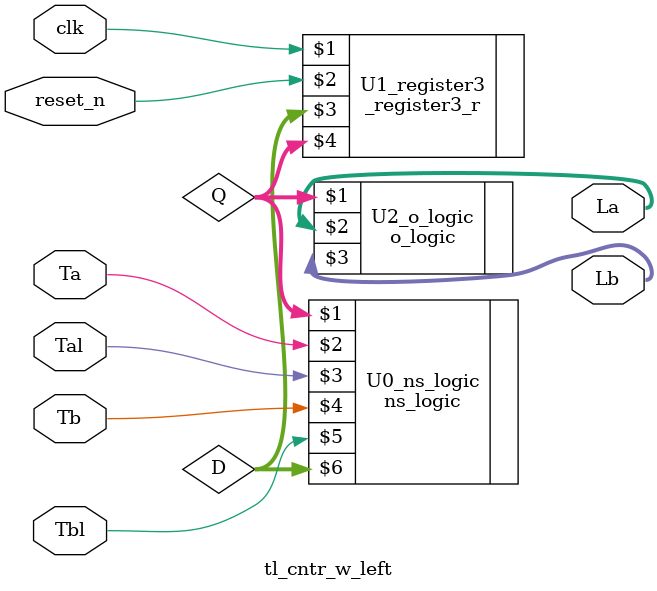
<source format=v>
module tl_cntr_w_left(clk,reset_n,Ta,Tal,Tb,Tbl,La,Lb); //traffic light controller with left signals module
	input 	clk,reset_n,Ta,Tb,Tal,Tbl;
	output   [1:0]La,Lb;
	wire 		[2:0]Q,D;
		
	//struct tl_cntr_w_left module
	ns_logic 		U0_ns_logic(Q, Ta, Tal, Tb, Tbl, D);
	_register3_r 	U1_register3(clk, reset_n, D, Q);
	o_logic 			U2_o_logic(Q, La, Lb);
endmodule
	
</source>
